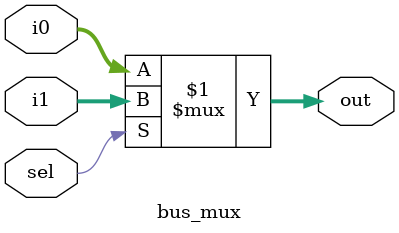
<source format=v>

module bus_mux(
    input wire [7:0] i0,
    input wire [7:0] i1,
    input wire sel,
    output wire [7:0] out
);

    assign out = sel ? i1 : i0;

endmodule
</source>
